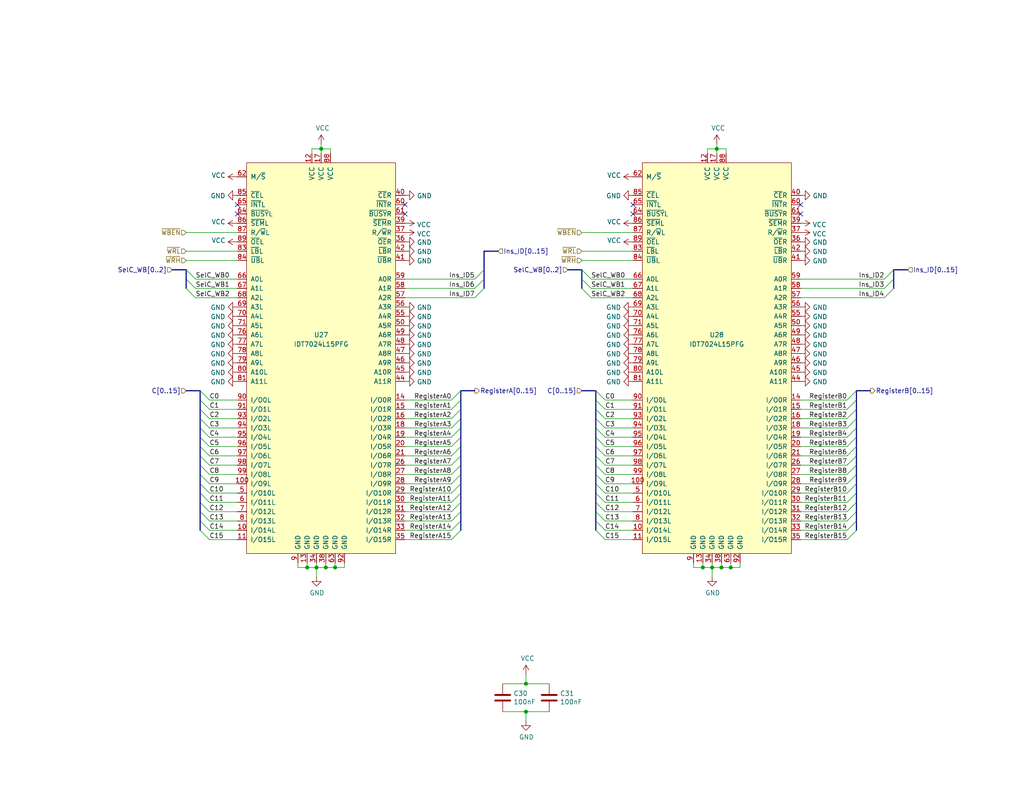
<source format=kicad_sch>
(kicad_sch (version 20211123) (generator eeschema)
  (paper "USLetter")
  (title_block (title "Register File") (date "2022-04-11") (rev "A (17a66eba)") (comment 4 "Triple Port Register File build from dual port SRAM"))
  (lib_symbols
    (symbol "Device:C" (pin_numbers hide) (pin_names (offset 0.254))
      (property "Reference" "C" (at 0.635 2.54 0))
      (property "Value" "C" (at 0.635 -2.54 0))
      (symbol "C_0_1"
        (polyline (pts (xy -2.032 -0.762) (xy 2.032 -0.762)) (stroke (width 0.508)))
        (polyline (pts (xy -2.032 0.762) (xy 2.032 0.762)) (stroke (width 0.508)))
      )
      (symbol "C_1_1"
        (pin passive line (at 0 3.81 270) (length 2.794) (name "~") (number "1"))
        (pin passive line (at 0 -3.81 90) (length 2.794) (name "~") (number "2"))
      )
    )
    (symbol "RegisterFileModule-rescue:IDT7024L15PFG-Memory_RAM" (pin_names (offset 1.016))
      (property "Reference" "U" (at 1.27 1.27 0))
      (property "Value" "IDT7024L15PFG-Memory_RAM" (at 1.27 -1.27 0))
      (symbol "IDT7024L15PFG-Memory_RAM_0_0"
        (pin power_in line (at 1.27 -60.96 90) (length 2.54) (name "GND") (number "38"))
        (pin input line (at 22.86 31.75 180) (length 2.54) (name "~{SEM}R") (number "39"))
        (pin input line (at 22.86 39.37 180) (length 2.54) (name "~{CE}R") (number "40"))
      )
      (symbol "IDT7024L15PFG-Memory_RAM_0_1"
        (rectangle (start -20.32 48.26) (end 20.32 -58.42) (fill (type background)))
      )
      (symbol "IDT7024L15PFG-Memory_RAM_1_1"
        (pin no_connect line (at -2.54 -49.53 180) (length 2.54) hide (name "~") (number "1"))
        (pin tri_state line (at -22.86 -52.07 0) (length 2.54) (name "I/O14L") (number "10"))
        (pin tri_state line (at -22.86 -39.37 0) (length 2.54) (name "I/O9L") (number "100"))
        (pin tri_state line (at -22.86 -54.61 0) (length 2.54) (name "I/O15L") (number "11"))
        (pin power_in line (at -2.54 50.8 270) (length 2.54) (name "VCC") (number "12"))
        (pin power_in line (at -3.81 -60.96 90) (length 2.54) (name "GND") (number "13"))
        (pin tri_state line (at 22.86 -16.51 180) (length 2.54) (name "I/O0R") (number "14"))
        (pin tri_state line (at 22.86 -19.05 180) (length 2.54) (name "I/O1R") (number "15"))
        (pin tri_state line (at 22.86 -21.59 180) (length 2.54) (name "I/O2R") (number "16"))
        (pin power_in line (at 0 50.8 270) (length 2.54) (name "VCC") (number "17"))
        (pin tri_state line (at 22.86 -24.13 180) (length 2.54) (name "I/O3R") (number "18"))
        (pin tri_state line (at 22.86 -26.67 180) (length 2.54) (name "I/O4R") (number "19"))
        (pin no_connect line (at -2.54 -46.99 180) (length 2.54) hide (name "~") (number "2"))
        (pin tri_state line (at 22.86 -29.21 180) (length 2.54) (name "I/O5R") (number "20"))
        (pin tri_state line (at 22.86 -31.75 180) (length 2.54) (name "I/O6R") (number "21"))
        (pin no_connect line (at -2.54 -39.37 180) (length 2.54) hide (name "~") (number "22"))
        (pin no_connect line (at -2.54 -36.83 180) (length 2.54) hide (name "~") (number "23"))
        (pin no_connect line (at -2.54 -34.29 180) (length 2.54) hide (name "~") (number "24"))
        (pin no_connect line (at -2.54 -31.75 180) (length 2.54) hide (name "~") (number "25"))
        (pin tri_state line (at 22.86 -34.29 180) (length 2.54) (name "I/O7R") (number "26"))
        (pin tri_state line (at 22.86 -36.83 180) (length 2.54) (name "I/O8R") (number "27"))
        (pin tri_state line (at 22.86 -39.37 180) (length 2.54) (name "I/O9R") (number "28"))
        (pin tri_state line (at 22.86 -41.91 180) (length 2.54) (name "I/O10R") (number "29"))
        (pin no_connect line (at -2.54 -44.45 180) (length 2.54) hide (name "~") (number "3"))
        (pin tri_state line (at 22.86 -44.45 180) (length 2.54) (name "I/O11R") (number "30"))
        (pin tri_state line (at 22.86 -46.99 180) (length 2.54) (name "I/O12R") (number "31"))
        (pin tri_state line (at 22.86 -49.53 180) (length 2.54) (name "I/O13R") (number "32"))
        (pin tri_state line (at 22.86 -52.07 180) (length 2.54) (name "I/O14R") (number "33"))
        (pin power_in line (at -1.27 -60.96 90) (length 2.54) (name "GND") (number "34"))
        (pin tri_state line (at 22.86 -54.61 180) (length 2.54) (name "I/O15R") (number "35"))
        (pin input line (at 22.86 26.67 180) (length 2.54) (name "~{OE}R") (number "36"))
        (pin input line (at 22.86 29.21 180) (length 2.54) (name "R/~{W}R") (number "37"))
        (pin no_connect line (at -2.54 -41.91 180) (length 2.54) hide (name "~") (number "4"))
        (pin input line (at 22.86 21.59 180) (length 2.54) (name "~{UB}R") (number "41"))
        (pin input line (at 22.86 24.13 180) (length 2.54) (name "~{LB}R") (number "42"))
        (pin no_connect line (at -2.54 -29.21 180) (length 2.54) hide (name "~") (number "43"))
        (pin input line (at 22.86 -11.43 180) (length 2.54) (name "A11R") (number "44"))
        (pin input line (at 22.86 -8.89 180) (length 2.54) (name "A10R") (number "45"))
        (pin input line (at 22.86 -6.35 180) (length 2.54) (name "A9R") (number "46"))
        (pin input line (at 22.86 -3.81 180) (length 2.54) (name "A8R") (number "47"))
        (pin input line (at 22.86 -1.27 180) (length 2.54) (name "A7R") (number "48"))
        (pin input line (at 22.86 1.27 180) (length 2.54) (name "A6R") (number "49"))
        (pin tri_state line (at -22.86 -41.91 0) (length 2.54) (name "I/O10L") (number "5"))
        (pin input line (at 22.86 3.81 180) (length 2.54) (name "A5R") (number "50"))
        (pin no_connect line (at -2.54 -26.67 180) (length 2.54) hide (name "~") (number "51"))
        (pin no_connect line (at -2.54 -24.13 180) (length 2.54) hide (name "~") (number "52"))
        (pin no_connect line (at -2.54 -21.59 180) (length 2.54) hide (name "~") (number "53"))
        (pin no_connect line (at -2.54 -19.05 180) (length 2.54) hide (name "~") (number "54"))
        (pin input line (at 22.86 6.35 180) (length 2.54) (name "A4R") (number "55"))
        (pin input line (at 22.86 8.89 180) (length 2.54) (name "A3R") (number "56"))
        (pin input line (at 22.86 11.43 180) (length 2.54) (name "A2R") (number "57"))
        (pin input line (at 22.86 13.97 180) (length 2.54) (name "A1R") (number "58"))
        (pin input line (at 22.86 16.51 180) (length 2.54) (name "A0R") (number "59"))
        (pin tri_state line (at -22.86 -44.45 0) (length 2.54) (name "I/O11L") (number "6"))
        (pin output line (at 22.86 36.83 180) (length 2.54) (name "~{INT}R") (number "60"))
        (pin input line (at 22.86 34.29 180) (length 2.54) (name "~{BUSY}R") (number "61"))
        (pin input line (at -22.86 44.45 0) (length 2.54) (name "M/~{S}") (number "62"))
        (pin power_in line (at 3.81 -60.96 90) (length 2.54) (name "GND") (number "63"))
        (pin input line (at -22.86 34.29 0) (length 2.54) (name "~{BUSY}L") (number "64"))
        (pin output line (at -22.86 36.83 0) (length 2.54) (name "~{INT}L") (number "65"))
        (pin input line (at -22.86 16.51 0) (length 2.54) (name "A0L") (number "66"))
        (pin input line (at -22.86 13.97 0) (length 2.54) (name "A1L") (number "67"))
        (pin input line (at -22.86 11.43 0) (length 2.54) (name "A2L") (number "68"))
        (pin input line (at -22.86 8.89 0) (length 2.54) (name "A3L") (number "69"))
        (pin tri_state line (at -22.86 -46.99 0) (length 2.54) (name "I/O12L") (number "7"))
        (pin input line (at -22.86 6.35 0) (length 2.54) (name "A4L") (number "70"))
        (pin input line (at -22.86 3.81 0) (length 2.54) (name "A5L") (number "71"))
        (pin no_connect line (at -2.54 -16.51 180) (length 2.54) hide (name "~") (number "72"))
        (pin no_connect line (at -2.54 -13.97 180) (length 2.54) hide (name "~") (number "73"))
        (pin no_connect line (at -2.54 -11.43 180) (length 2.54) hide (name "~") (number "74"))
        (pin no_connect line (at -2.54 -8.89 180) (length 2.54) hide (name "~") (number "75"))
        (pin input line (at -22.86 1.27 0) (length 2.54) (name "A6L") (number "76"))
        (pin input line (at -22.86 -1.27 0) (length 2.54) (name "A7L") (number "77"))
        (pin input line (at -22.86 -3.81 0) (length 2.54) (name "A8L") (number "78"))
        (pin input line (at -22.86 -6.35 0) (length 2.54) (name "A9L") (number "79"))
        (pin tri_state line (at -22.86 -49.53 0) (length 2.54) (name "I/O13L") (number "8"))
        (pin input line (at -22.86 -8.89 0) (length 2.54) (name "A10L") (number "80"))
        (pin input line (at -22.86 -11.43 0) (length 2.54) (name "A11L") (number "81"))
        (pin no_connect line (at -2.54 -6.35 180) (length 2.54) hide (name "~") (number "82"))
        (pin input line (at -22.86 24.13 0) (length 2.54) (name "~{LB}L") (number "83"))
        (pin input line (at -22.86 21.59 0) (length 2.54) (name "~{UB}L") (number "84"))
        (pin input line (at -22.86 39.37 0) (length 2.54) (name "~{CE}L") (number "85"))
        (pin input line (at -22.86 31.75 0) (length 2.54) (name "~{SEM}L") (number "86"))
        (pin input line (at -22.86 29.21 0) (length 2.54) (name "R/~{W}L") (number "87"))
        (pin power_in line (at 2.54 50.8 270) (length 2.54) (name "VCC") (number "88"))
        (pin input line (at -22.86 26.67 0) (length 2.54) (name "~{OE}L") (number "89"))
        (pin power_in line (at -6.35 -60.96 90) (length 2.54) (name "GND") (number "9"))
        (pin tri_state line (at -22.86 -16.51 0) (length 2.54) (name "I/O0L") (number "90"))
        (pin tri_state line (at -22.86 -19.05 0) (length 2.54) (name "I/O1L") (number "91"))
        (pin power_in line (at 6.35 -60.96 90) (length 2.54) (name "GND") (number "92"))
        (pin tri_state line (at -22.86 -21.59 0) (length 2.54) (name "I/O2L") (number "93"))
        (pin tri_state line (at -22.86 -24.13 0) (length 2.54) (name "I/O3L") (number "94"))
        (pin tri_state line (at -22.86 -26.67 0) (length 2.54) (name "I/O4L") (number "95"))
        (pin tri_state line (at -22.86 -29.21 0) (length 2.54) (name "I/O5L") (number "96"))
        (pin tri_state line (at -22.86 -31.75 0) (length 2.54) (name "I/O6L") (number "97"))
        (pin tri_state line (at -22.86 -34.29 0) (length 2.54) (name "I/O7L") (number "98"))
        (pin tri_state line (at -22.86 -36.83 0) (length 2.54) (name "I/O8L") (number "99"))
      )
    )
    (symbol "power:GND" (power) (pin_names (offset 0))
      (property "Value" "GND" (at 0 -3.81 0))
      (symbol "GND_0_1"
        (polyline (pts (xy 0 0) (xy 0 -1.27) (xy 1.27 -1.27) (xy 0 -2.54) (xy -1.27 -1.27) (xy 0 -1.27)))
      )
      (symbol "GND_1_1"
        (pin power_in line (at 0 0 270) (length 0) hide (name "GND") (number "1"))
      )
    )
    (symbol "power:VCC" (power) (pin_names (offset 0))
      (property "Value" "VCC" (at 0 3.81 0))
      (symbol "VCC_0_1"
        (polyline (pts (xy -0.762 1.27) (xy 0 2.54)))
        (polyline (pts (xy 0 0) (xy 0 2.54)))
        (polyline (pts (xy 0 2.54) (xy 0.762 1.27)))
      )
      (symbol "VCC_1_1"
        (pin power_in line (at 0 0 90) (length 0) hide (name "VCC") (number "1"))
      )
    )
  )
  (junction (at 88.9 154.94))
  (junction (at 87.63 40.64))
  (junction (at 86.36 154.94))
  (junction (at 191.77 154.94))
  (junction (at 196.85 154.94))
  (junction (at 91.44 154.94))
  (junction (at 195.58 40.64))
  (junction (at 143.51 186.69))
  (junction (at 143.51 194.31))
  (junction (at 199.39 154.94))
  (junction (at 83.82 154.94))
  (junction (at 194.31 154.94))
  (no_connect (at 110.49 55.88))
  (no_connect (at 64.77 55.88))
  (no_connect (at 64.77 58.42))
  (no_connect (at 218.44 58.42))
  (no_connect (at 172.72 58.42))
  (no_connect (at 110.49 58.42))
  (no_connect (at 218.44 55.88))
  (no_connect (at 172.72 55.88))
  (bus_entry (at 233.68 119.38) (size -2.54 2.54))
  (bus_entry (at 125.73 134.62) (size -2.54 2.54))
  (bus_entry (at 158.75 73.66) (size 2.54 2.54))
  (bus_entry (at 54.61 121.92) (size 2.54 2.54))
  (bus_entry (at 132.08 78.74) (size -2.54 2.54))
  (bus_entry (at 162.56 129.54) (size 2.54 2.54))
  (bus_entry (at 162.56 114.3) (size 2.54 2.54))
  (bus_entry (at 50.8 76.2) (size 2.54 2.54))
  (bus_entry (at 233.68 114.3) (size -2.54 2.54))
  (bus_entry (at 162.56 106.68) (size 2.54 2.54))
  (bus_entry (at 162.56 116.84) (size 2.54 2.54))
  (bus_entry (at 162.56 137.16) (size 2.54 2.54))
  (bus_entry (at 54.61 106.68) (size 2.54 2.54))
  (bus_entry (at 162.56 127) (size 2.54 2.54))
  (bus_entry (at 125.73 132.08) (size -2.54 2.54))
  (bus_entry (at 233.68 129.54) (size -2.54 2.54))
  (bus_entry (at 162.56 111.76) (size 2.54 2.54))
  (bus_entry (at 162.56 132.08) (size 2.54 2.54))
  (bus_entry (at 233.68 124.46) (size -2.54 2.54))
  (bus_entry (at 54.61 119.38) (size 2.54 2.54))
  (bus_entry (at 233.68 116.84) (size -2.54 2.54))
  (bus_entry (at 54.61 144.78) (size 2.54 2.54))
  (bus_entry (at 125.73 137.16) (size -2.54 2.54))
  (bus_entry (at 54.61 142.24) (size 2.54 2.54))
  (bus_entry (at 125.73 142.24) (size -2.54 2.54))
  (bus_entry (at 243.84 78.74) (size -2.54 2.54))
  (bus_entry (at 125.73 109.22) (size -2.54 2.54))
  (bus_entry (at 233.68 139.7) (size -2.54 2.54))
  (bus_entry (at 243.84 76.2) (size -2.54 2.54))
  (bus_entry (at 54.61 116.84) (size 2.54 2.54))
  (bus_entry (at 54.61 139.7) (size 2.54 2.54))
  (bus_entry (at 54.61 124.46) (size 2.54 2.54))
  (bus_entry (at 162.56 109.22) (size 2.54 2.54))
  (bus_entry (at 125.73 127) (size -2.54 2.54))
  (bus_entry (at 54.61 129.54) (size 2.54 2.54))
  (bus_entry (at 125.73 139.7) (size -2.54 2.54))
  (bus_entry (at 132.08 73.66) (size -2.54 2.54))
  (bus_entry (at 162.56 134.62) (size 2.54 2.54))
  (bus_entry (at 50.8 73.66) (size 2.54 2.54))
  (bus_entry (at 233.68 127) (size -2.54 2.54))
  (bus_entry (at 162.56 121.92) (size 2.54 2.54))
  (bus_entry (at 125.73 129.54) (size -2.54 2.54))
  (bus_entry (at 54.61 134.62) (size 2.54 2.54))
  (bus_entry (at 233.68 144.78) (size -2.54 2.54))
  (bus_entry (at 54.61 137.16) (size 2.54 2.54))
  (bus_entry (at 158.75 76.2) (size 2.54 2.54))
  (bus_entry (at 132.08 76.2) (size -2.54 2.54))
  (bus_entry (at 125.73 124.46) (size -2.54 2.54))
  (bus_entry (at 50.8 78.74) (size 2.54 2.54))
  (bus_entry (at 233.68 134.62) (size -2.54 2.54))
  (bus_entry (at 54.61 114.3) (size 2.54 2.54))
  (bus_entry (at 162.56 142.24) (size 2.54 2.54))
  (bus_entry (at 54.61 127) (size 2.54 2.54))
  (bus_entry (at 162.56 119.38) (size 2.54 2.54))
  (bus_entry (at 125.73 116.84) (size -2.54 2.54))
  (bus_entry (at 233.68 121.92) (size -2.54 2.54))
  (bus_entry (at 162.56 124.46) (size 2.54 2.54))
  (bus_entry (at 54.61 132.08) (size 2.54 2.54))
  (bus_entry (at 233.68 111.76) (size -2.54 2.54))
  (bus_entry (at 162.56 144.78) (size 2.54 2.54))
  (bus_entry (at 233.68 109.22) (size -2.54 2.54))
  (bus_entry (at 125.73 119.38) (size -2.54 2.54))
  (bus_entry (at 243.84 73.66) (size -2.54 2.54))
  (bus_entry (at 162.56 139.7) (size 2.54 2.54))
  (bus_entry (at 233.68 106.68) (size -2.54 2.54))
  (bus_entry (at 233.68 142.24) (size -2.54 2.54))
  (bus_entry (at 233.68 132.08) (size -2.54 2.54))
  (bus_entry (at 125.73 114.3) (size -2.54 2.54))
  (bus_entry (at 54.61 111.76) (size 2.54 2.54))
  (bus_entry (at 233.68 137.16) (size -2.54 2.54))
  (bus_entry (at 54.61 109.22) (size 2.54 2.54))
  (bus_entry (at 125.73 144.78) (size -2.54 2.54))
  (bus_entry (at 125.73 121.92) (size -2.54 2.54))
  (bus_entry (at 125.73 106.68) (size -2.54 2.54))
  (bus_entry (at 125.73 111.76) (size -2.54 2.54))
  (bus_entry (at 158.75 78.74) (size 2.54 2.54))
  (bus (pts (xy 54.61 114.3) (xy 54.61 116.84)))
  (wire (pts (xy 218.44 119.38) (xy 231.14 119.38)))
  (bus (pts (xy 125.73 114.3) (xy 125.73 116.84)))
  (wire (pts (xy 110.49 127) (xy 123.19 127)))
  (wire (pts (xy 143.51 194.31) (xy 137.16 194.31)))
  (bus (pts (xy 247.65 73.66) (xy 243.84 73.66)))
  (bus (pts (xy 233.68 127) (xy 233.68 129.54)))
  (wire (pts (xy 57.15 137.16) (xy 64.77 137.16)))
  (bus (pts (xy 162.56 142.24) (xy 162.56 144.78)))
  (wire (pts (xy 218.44 124.46) (xy 231.14 124.46)))
  (bus (pts (xy 162.56 132.08) (xy 162.56 134.62)))
  (wire (pts (xy 81.28 153.67) (xy 81.28 154.94)))
  (wire (pts (xy 196.85 154.94) (xy 199.39 154.94)))
  (wire (pts (xy 110.49 134.62) (xy 123.19 134.62)))
  (wire (pts (xy 161.29 76.2) (xy 172.72 76.2)))
  (wire (pts (xy 218.44 142.24) (xy 231.14 142.24)))
  (bus (pts (xy 233.68 137.16) (xy 233.68 139.7)))
  (wire (pts (xy 195.58 40.64) (xy 195.58 41.91)))
  (wire (pts (xy 165.1 114.3) (xy 172.72 114.3)))
  (bus (pts (xy 54.61 124.46) (xy 54.61 127)))
  (bus (pts (xy 162.56 129.54) (xy 162.56 132.08)))
  (wire (pts (xy 87.63 39.37) (xy 87.63 40.64)))
  (bus (pts (xy 54.61 127) (xy 54.61 129.54)))
  (wire (pts (xy 57.15 109.22) (xy 64.77 109.22)))
  (bus (pts (xy 162.56 127) (xy 162.56 129.54)))
  (bus (pts (xy 233.68 111.76) (xy 233.68 114.3)))
  (bus (pts (xy 125.73 137.16) (xy 125.73 139.7)))
  (wire (pts (xy 57.15 147.32) (xy 64.77 147.32)))
  (bus (pts (xy 132.08 76.2) (xy 132.08 78.74)))
  (wire (pts (xy 57.15 134.62) (xy 64.77 134.62)))
  (wire (pts (xy 110.49 124.46) (xy 123.19 124.46)))
  (wire (pts (xy 196.85 153.67) (xy 196.85 154.94)))
  (wire (pts (xy 57.15 124.46) (xy 64.77 124.46)))
  (bus (pts (xy 158.75 106.68) (xy 162.56 106.68)))
  (wire (pts (xy 161.29 78.74) (xy 172.72 78.74)))
  (wire (pts (xy 218.44 134.62) (xy 231.14 134.62)))
  (bus (pts (xy 158.75 76.2) (xy 158.75 78.74)))
  (bus (pts (xy 162.56 111.76) (xy 162.56 114.3)))
  (wire (pts (xy 85.09 41.91) (xy 85.09 40.64)))
  (wire (pts (xy 57.15 119.38) (xy 64.77 119.38)))
  (wire (pts (xy 218.44 144.78) (xy 231.14 144.78)))
  (bus (pts (xy 162.56 114.3) (xy 162.56 116.84)))
  (wire (pts (xy 110.49 116.84) (xy 123.19 116.84)))
  (wire (pts (xy 218.44 127) (xy 231.14 127)))
  (wire (pts (xy 194.31 154.94) (xy 196.85 154.94)))
  (bus (pts (xy 46.99 73.66) (xy 50.8 73.66)))
  (wire (pts (xy 191.77 154.94) (xy 194.31 154.94)))
  (wire (pts (xy 137.16 186.69) (xy 143.51 186.69)))
  (wire (pts (xy 218.44 116.84) (xy 231.14 116.84)))
  (wire (pts (xy 165.1 139.7) (xy 172.72 139.7)))
  (wire (pts (xy 165.1 119.38) (xy 172.72 119.38)))
  (wire (pts (xy 110.49 121.92) (xy 123.19 121.92)))
  (bus (pts (xy 233.68 139.7) (xy 233.68 142.24)))
  (bus (pts (xy 162.56 139.7) (xy 162.56 142.24)))
  (wire (pts (xy 88.9 154.94) (xy 91.44 154.94)))
  (wire (pts (xy 110.49 111.76) (xy 123.19 111.76)))
  (wire (pts (xy 64.77 71.12) (xy 50.8 71.12)))
  (wire (pts (xy 129.54 76.2) (xy 110.49 76.2)))
  (wire (pts (xy 110.49 119.38) (xy 123.19 119.38)))
  (wire (pts (xy 165.1 144.78) (xy 172.72 144.78)))
  (wire (pts (xy 201.93 154.94) (xy 201.93 153.67)))
  (wire (pts (xy 194.31 154.94) (xy 194.31 157.48)))
  (wire (pts (xy 64.77 68.58) (xy 50.8 68.58)))
  (wire (pts (xy 165.1 127) (xy 172.72 127)))
  (bus (pts (xy 162.56 124.46) (xy 162.56 127)))
  (wire (pts (xy 218.44 139.7) (xy 231.14 139.7)))
  (bus (pts (xy 50.8 76.2) (xy 50.8 78.74)))
  (wire (pts (xy 218.44 111.76) (xy 231.14 111.76)))
  (bus (pts (xy 50.8 73.66) (xy 50.8 76.2)))
  (wire (pts (xy 165.1 121.92) (xy 172.72 121.92)))
  (wire (pts (xy 83.82 153.67) (xy 83.82 154.94)))
  (bus (pts (xy 125.73 109.22) (xy 125.73 111.76)))
  (wire (pts (xy 172.72 63.5) (xy 158.75 63.5)))
  (bus (pts (xy 54.61 119.38) (xy 54.61 121.92)))
  (bus (pts (xy 233.68 142.24) (xy 233.68 144.78)))
  (wire (pts (xy 110.49 78.74) (xy 129.54 78.74)))
  (wire (pts (xy 195.58 39.37) (xy 195.58 40.64)))
  (wire (pts (xy 199.39 154.94) (xy 201.93 154.94)))
  (wire (pts (xy 110.49 147.32) (xy 123.19 147.32)))
  (wire (pts (xy 189.23 154.94) (xy 191.77 154.94)))
  (wire (pts (xy 87.63 40.64) (xy 87.63 41.91)))
  (bus (pts (xy 233.68 129.54) (xy 233.68 132.08)))
  (wire (pts (xy 110.49 132.08) (xy 123.19 132.08)))
  (bus (pts (xy 50.8 106.68) (xy 54.61 106.68)))
  (wire (pts (xy 172.72 71.12) (xy 158.75 71.12)))
  (wire (pts (xy 194.31 153.67) (xy 194.31 154.94)))
  (wire (pts (xy 218.44 114.3) (xy 231.14 114.3)))
  (wire (pts (xy 88.9 153.67) (xy 88.9 154.94)))
  (wire (pts (xy 86.36 154.94) (xy 88.9 154.94)))
  (wire (pts (xy 90.17 40.64) (xy 90.17 41.91)))
  (bus (pts (xy 129.54 106.68) (xy 125.73 106.68)))
  (bus (pts (xy 154.94 73.66) (xy 158.75 73.66)))
  (wire (pts (xy 195.58 40.64) (xy 198.12 40.64)))
  (wire (pts (xy 218.44 78.74) (xy 241.3 78.74)))
  (bus (pts (xy 54.61 139.7) (xy 54.61 142.24)))
  (wire (pts (xy 193.04 41.91) (xy 193.04 40.64)))
  (wire (pts (xy 57.15 132.08) (xy 64.77 132.08)))
  (bus (pts (xy 125.73 139.7) (xy 125.73 142.24)))
  (wire (pts (xy 53.34 76.2) (xy 64.77 76.2)))
  (bus (pts (xy 243.84 76.2) (xy 243.84 78.74)))
  (wire (pts (xy 165.1 142.24) (xy 172.72 142.24)))
  (bus (pts (xy 162.56 109.22) (xy 162.56 111.76)))
  (wire (pts (xy 165.1 124.46) (xy 172.72 124.46)))
  (wire (pts (xy 57.15 127) (xy 64.77 127)))
  (wire (pts (xy 110.49 129.54) (xy 123.19 129.54)))
  (bus (pts (xy 162.56 106.68) (xy 162.56 109.22)))
  (bus (pts (xy 233.68 124.46) (xy 233.68 127)))
  (wire (pts (xy 189.23 153.67) (xy 189.23 154.94)))
  (bus (pts (xy 125.73 132.08) (xy 125.73 134.62)))
  (bus (pts (xy 54.61 109.22) (xy 54.61 111.76)))
  (wire (pts (xy 218.44 121.92) (xy 231.14 121.92)))
  (wire (pts (xy 165.1 147.32) (xy 172.72 147.32)))
  (wire (pts (xy 57.15 144.78) (xy 64.77 144.78)))
  (wire (pts (xy 143.51 184.15) (xy 143.51 186.69)))
  (bus (pts (xy 125.73 129.54) (xy 125.73 132.08)))
  (wire (pts (xy 149.86 194.31) (xy 143.51 194.31)))
  (wire (pts (xy 191.77 153.67) (xy 191.77 154.94)))
  (bus (pts (xy 162.56 116.84) (xy 162.56 119.38)))
  (bus (pts (xy 54.61 137.16) (xy 54.61 139.7)))
  (wire (pts (xy 83.82 154.94) (xy 86.36 154.94)))
  (bus (pts (xy 162.56 137.16) (xy 162.56 139.7)))
  (bus (pts (xy 54.61 121.92) (xy 54.61 124.46)))
  (bus (pts (xy 233.68 119.38) (xy 233.68 121.92)))
  (wire (pts (xy 218.44 129.54) (xy 231.14 129.54)))
  (bus (pts (xy 158.75 73.66) (xy 158.75 76.2)))
  (wire (pts (xy 93.98 154.94) (xy 93.98 153.67)))
  (wire (pts (xy 64.77 63.5) (xy 50.8 63.5)))
  (wire (pts (xy 110.49 137.16) (xy 123.19 137.16)))
  (wire (pts (xy 198.12 40.64) (xy 198.12 41.91)))
  (wire (pts (xy 110.49 142.24) (xy 123.19 142.24)))
  (bus (pts (xy 162.56 121.92) (xy 162.56 124.46)))
  (bus (pts (xy 233.68 121.92) (xy 233.68 124.46)))
  (wire (pts (xy 241.3 76.2) (xy 218.44 76.2)))
  (bus (pts (xy 243.84 73.66) (xy 243.84 76.2)))
  (wire (pts (xy 165.1 129.54) (xy 172.72 129.54)))
  (wire (pts (xy 199.39 153.67) (xy 199.39 154.94)))
  (wire (pts (xy 241.3 81.28) (xy 218.44 81.28)))
  (wire (pts (xy 129.54 81.28) (xy 110.49 81.28)))
  (wire (pts (xy 143.51 186.69) (xy 149.86 186.69)))
  (wire (pts (xy 86.36 153.67) (xy 86.36 154.94)))
  (wire (pts (xy 143.51 196.85) (xy 143.51 194.31)))
  (bus (pts (xy 54.61 142.24) (xy 54.61 144.78)))
  (wire (pts (xy 165.1 116.84) (xy 172.72 116.84)))
  (bus (pts (xy 125.73 111.76) (xy 125.73 114.3)))
  (wire (pts (xy 161.29 81.28) (xy 172.72 81.28)))
  (bus (pts (xy 54.61 111.76) (xy 54.61 114.3)))
  (wire (pts (xy 53.34 81.28) (xy 64.77 81.28)))
  (wire (pts (xy 57.15 116.84) (xy 64.77 116.84)))
  (wire (pts (xy 57.15 129.54) (xy 64.77 129.54)))
  (wire (pts (xy 91.44 154.94) (xy 93.98 154.94)))
  (wire (pts (xy 110.49 139.7) (xy 123.19 139.7)))
  (bus (pts (xy 125.73 121.92) (xy 125.73 124.46)))
  (bus (pts (xy 125.73 106.68) (xy 125.73 109.22)))
  (bus (pts (xy 125.73 127) (xy 125.73 129.54)))
  (wire (pts (xy 165.1 132.08) (xy 172.72 132.08)))
  (wire (pts (xy 165.1 134.62) (xy 172.72 134.62)))
  (bus (pts (xy 54.61 129.54) (xy 54.61 132.08)))
  (wire (pts (xy 218.44 147.32) (xy 231.14 147.32)))
  (wire (pts (xy 165.1 111.76) (xy 172.72 111.76)))
  (bus (pts (xy 132.08 73.66) (xy 132.08 76.2)))
  (wire (pts (xy 193.04 40.64) (xy 195.58 40.64)))
  (bus (pts (xy 233.68 114.3) (xy 233.68 116.84)))
  (bus (pts (xy 125.73 119.38) (xy 125.73 121.92)))
  (wire (pts (xy 57.15 114.3) (xy 64.77 114.3)))
  (bus (pts (xy 125.73 142.24) (xy 125.73 144.78)))
  (bus (pts (xy 233.68 132.08) (xy 233.68 134.62)))
  (bus (pts (xy 135.89 68.58) (xy 132.08 68.58)))
  (wire (pts (xy 110.49 114.3) (xy 123.19 114.3)))
  (wire (pts (xy 57.15 139.7) (xy 64.77 139.7)))
  (bus (pts (xy 162.56 134.62) (xy 162.56 137.16)))
  (wire (pts (xy 57.15 142.24) (xy 64.77 142.24)))
  (bus (pts (xy 125.73 116.84) (xy 125.73 119.38)))
  (bus (pts (xy 125.73 134.62) (xy 125.73 137.16)))
  (wire (pts (xy 86.36 154.94) (xy 86.36 157.48)))
  (wire (pts (xy 57.15 111.76) (xy 64.77 111.76)))
  (wire (pts (xy 165.1 137.16) (xy 172.72 137.16)))
  (wire (pts (xy 57.15 121.92) (xy 64.77 121.92)))
  (bus (pts (xy 237.49 106.68) (xy 233.68 106.68)))
  (bus (pts (xy 125.73 124.46) (xy 125.73 127)))
  (wire (pts (xy 53.34 78.74) (xy 64.77 78.74)))
  (wire (pts (xy 110.49 109.22) (xy 123.19 109.22)))
  (wire (pts (xy 87.63 40.64) (xy 90.17 40.64)))
  (bus (pts (xy 54.61 132.08) (xy 54.61 134.62)))
  (bus (pts (xy 132.08 68.58) (xy 132.08 73.66)))
  (bus (pts (xy 233.68 106.68) (xy 233.68 109.22)))
  (wire (pts (xy 165.1 109.22) (xy 172.72 109.22)))
  (bus (pts (xy 233.68 134.62) (xy 233.68 137.16)))
  (wire (pts (xy 91.44 153.67) (xy 91.44 154.94)))
  (wire (pts (xy 110.49 144.78) (xy 123.19 144.78)))
  (bus (pts (xy 54.61 134.62) (xy 54.61 137.16)))
  (wire (pts (xy 218.44 132.08) (xy 231.14 132.08)))
  (bus (pts (xy 233.68 109.22) (xy 233.68 111.76)))
  (wire (pts (xy 85.09 40.64) (xy 87.63 40.64)))
  (bus (pts (xy 162.56 119.38) (xy 162.56 121.92)))
  (wire (pts (xy 172.72 68.58) (xy 158.75 68.58)))
  (wire (pts (xy 218.44 109.22) (xy 231.14 109.22)))
  (bus (pts (xy 233.68 116.84) (xy 233.68 119.38)))
  (wire (pts (xy 218.44 137.16) (xy 231.14 137.16)))
  (bus (pts (xy 54.61 116.84) (xy 54.61 119.38)))
  (wire (pts (xy 81.28 154.94) (xy 83.82 154.94)))
  (bus (pts (xy 54.61 106.68) (xy 54.61 109.22)))
  (label "C13" (at 165.1 142.24 0))
  (label "Ins_ID4" (at 241.3 81.28 180))
  (label "SelC_WB0" (at 161.29 76.2 0))
  (label "RegisterB7" (at 231.14 127 180))
  (label "RegisterB14" (at 231.14 144.78 180))
  (label "C11" (at 57.15 137.16 0))
  (label "C15" (at 165.1 147.32 0))
  (label "SelC_WB2" (at 161.29 81.28 0))
  (label "Ins_ID7" (at 129.54 81.28 180))
  (label "C5" (at 57.15 121.92 0))
  (label "RegisterA13" (at 123.19 142.24 180))
  (label "C0" (at 165.1 109.22 0))
  (label "RegisterB10" (at 231.14 134.62 180))
  (label "C12" (at 57.15 139.7 0))
  (label "SelC_WB2" (at 53.34 81.28 0))
  (label "RegisterA5" (at 123.19 121.92 180))
  (label "C9" (at 57.15 132.08 0))
  (label "C4" (at 165.1 119.38 0))
  (label "RegisterB9" (at 231.14 132.08 180))
  (label "SelC_WB0" (at 53.34 76.2 0))
  (label "C0" (at 57.15 109.22 0))
  (label "C3" (at 57.15 116.84 0))
  (label "Ins_ID3" (at 241.3 78.74 180))
  (label "C6" (at 57.15 124.46 0))
  (label "C11" (at 165.1 137.16 0))
  (label "RegisterB12" (at 231.14 139.7 180))
  (label "RegisterA4" (at 123.19 119.38 180))
  (label "RegisterA0" (at 123.19 109.22 180))
  (label "RegisterA10" (at 123.19 134.62 180))
  (label "RegisterB1" (at 231.14 111.76 180))
  (label "C5" (at 165.1 121.92 0))
  (label "RegisterB6" (at 231.14 124.46 180))
  (label "Ins_ID6" (at 129.54 78.74 180))
  (label "RegisterA2" (at 123.19 114.3 180))
  (label "RegisterB3" (at 231.14 116.84 180))
  (label "C15" (at 57.15 147.32 0))
  (label "C6" (at 165.1 124.46 0))
  (label "C10" (at 57.15 134.62 0))
  (label "RegisterA3" (at 123.19 116.84 180))
  (label "RegisterA1" (at 123.19 111.76 180))
  (label "SelC_WB1" (at 161.29 78.74 0))
  (label "RegisterB0" (at 231.14 109.22 180))
  (label "C12" (at 165.1 139.7 0))
  (label "RegisterA7" (at 123.19 127 180))
  (label "RegisterB5" (at 231.14 121.92 180))
  (label "C3" (at 165.1 116.84 0))
  (label "RegisterB4" (at 231.14 119.38 180))
  (label "RegisterA8" (at 123.19 129.54 180))
  (label "RegisterB2" (at 231.14 114.3 180))
  (label "C14" (at 165.1 144.78 0))
  (label "C1" (at 57.15 111.76 0))
  (label "RegisterB11" (at 231.14 137.16 180))
  (label "SelC_WB1" (at 53.34 78.74 0))
  (label "RegisterA11" (at 123.19 137.16 180))
  (label "C14" (at 57.15 144.78 0))
  (label "Ins_ID2" (at 241.3 76.2 180))
  (label "C9" (at 165.1 132.08 0))
  (label "C2" (at 165.1 114.3 0))
  (label "C8" (at 165.1 129.54 0))
  (label "C10" (at 165.1 134.62 0))
  (label "RegisterB15" (at 231.14 147.32 180))
  (label "C7" (at 57.15 127 0))
  (label "C8" (at 57.15 129.54 0))
  (label "Ins_ID5" (at 129.54 76.2 180))
  (label "C7" (at 165.1 127 0))
  (label "RegisterA9" (at 123.19 132.08 180))
  (label "RegisterA15" (at 123.19 147.32 180))
  (label "C13" (at 57.15 142.24 0))
  (label "RegisterB13" (at 231.14 142.24 180))
  (label "C2" (at 57.15 114.3 0))
  (label "RegisterA6" (at 123.19 124.46 180))
  (label "C1" (at 165.1 111.76 0))
  (label "C4" (at 57.15 119.38 0))
  (label "RegisterB8" (at 231.14 129.54 180))
  (label "RegisterA12" (at 123.19 139.7 180))
  (label "RegisterA14" (at 123.19 144.78 180))
  (hierarchical_label "~{WBEN}" (shape input) (at 50.8 63.5 180))
  (hierarchical_label "C[0..15]" (shape input) (at 50.8 106.68 180))
  (hierarchical_label "SelC_WB[0..2]" (shape input) (at 154.94 73.66 180))
  (hierarchical_label "~{WRL}" (shape input) (at 50.8 68.58 180))
  (hierarchical_label "C[0..15]" (shape input) (at 158.75 106.68 180))
  (hierarchical_label "RegisterB[0..15]" (shape output) (at 237.49 106.68 0))
  (hierarchical_label "Ins_ID[0..15]" (shape input) (at 247.65 73.66 0))
  (hierarchical_label "SelC_WB[0..2]" (shape input) (at 46.99 73.66 180))
  (hierarchical_label "Ins_ID[0..15]" (shape input) (at 135.89 68.58 0))
  (hierarchical_label "~{WRH}" (shape input) (at 158.75 71.12 180))
  (hierarchical_label "RegisterA[0..15]" (shape output) (at 129.54 106.68 0))
  (hierarchical_label "~{WRL}" (shape input) (at 158.75 68.58 180))
  (hierarchical_label "~{WBEN}" (shape input) (at 158.75 63.5 180))
  (hierarchical_label "~{WRH}" (shape input) (at 50.8 71.12 180))
  (symbol (lib_id "power:GND") (at 143.51 196.85 0) (unit 1)
    (property "Reference" "#PWR0181" (effects hide))
    (property "Value" "GND" (at 143.637 201.2442 0))
  )
  (symbol (lib_id "Device:C") (at 149.86 190.5 0) (unit 1)
    (property "Reference" "C31" (at 152.781 189.3316 0) (effects (justify left)))
    (property "Value" "100nF" (at 152.781 191.643 0) (effects (justify left)))
    (property "Footprint" "Capacitor_SMD:C_0603_1608Metric_Pad1.08x0.95mm_HandSolder" (effects hide))
    (property "Mouser" "https://www.mouser.com/ProductDetail/963-EMK107B7104KAHT" (effects hide))
  )
  (symbol (lib_id "Device:C") (at 137.16 190.5 0) (unit 1)
    (property "Reference" "C30" (at 140.081 189.3316 0) (effects (justify left)))
    (property "Value" "100nF" (at 140.081 191.643 0) (effects (justify left)))
    (property "Footprint" "Capacitor_SMD:C_0603_1608Metric_Pad1.08x0.95mm_HandSolder" (effects hide))
    (property "Mouser" "https://www.mouser.com/ProductDetail/963-EMK107B7104KAHT" (effects hide))
  )
  (symbol (lib_id "power:VCC") (at 143.51 184.15 0) (unit 1)
    (property "Reference" "#PWR0180" (effects hide))
    (property "Value" "VCC" (at 143.9418 179.7558 0))
  )
  (symbol (lib_id "RegisterFileModule-rescue:IDT7024L15PFG-Memory_RAM") (at 87.63 92.71 0) (unit 1)
    (property "Reference" "U27" (at 87.63 91.44 0))
    (property "Value" "IDT7024L15PFG" (at 87.63 93.98 0))
    (property "Footprint" "Package_QFP:TQFP-100_14x14mm_P0.5mm" (effects hide))
    (property "Datasheet" "https://www.mouser.com/datasheet/2/698/IDT_7024_DST_20200220-1711288.pdf" (effects hide))
    (property "Mouser" "https://www.mouser.com/ProductDetail/Renesas-IDT/7024L15PFG?qs=GVScuG1d83hVIavOlaKO6w%3D%3D" (effects hide))
  )
  (symbol (lib_id "power:VCC") (at 87.63 39.37 0) (unit 1)
    (property "Reference" "#PWR0164" (effects hide))
    (property "Value" "VCC" (at 88.011 34.9758 0))
  )
  (symbol (lib_id "power:GND") (at 86.36 157.48 0) (unit 1)
    (property "Reference" "#PWR0163" (effects hide))
    (property "Value" "GND" (at 86.487 161.8742 0))
  )
  (symbol (lib_id "power:GND") (at 64.77 53.34 270) (unit 1)
    (property "Reference" "#PWR0151" (effects hide))
    (property "Value" "GND" (at 61.5188 53.467 90) (effects (justify right)))
  )
  (symbol (lib_id "power:GND") (at 110.49 53.34 90) (mirror x) (unit 1)
    (property "Reference" "#PWR0165" (effects hide))
    (property "Value" "GND" (at 113.7412 53.467 90) (effects (justify right)))
  )
  (symbol (lib_id "power:GND") (at 110.49 66.04 90) (mirror x) (unit 1)
    (property "Reference" "#PWR0168" (effects hide))
    (property "Value" "GND" (at 113.7412 66.167 90) (effects (justify right)))
  )
  (symbol (lib_id "power:GND") (at 110.49 83.82 90) (mirror x) (unit 1)
    (property "Reference" "#PWR0171" (effects hide))
    (property "Value" "GND" (at 113.7412 83.947 90) (effects (justify right)))
  )
  (symbol (lib_id "power:GND") (at 110.49 86.36 90) (mirror x) (unit 1)
    (property "Reference" "#PWR0172" (effects hide))
    (property "Value" "GND" (at 113.7412 86.487 90) (effects (justify right)))
  )
  (symbol (lib_id "power:GND") (at 110.49 88.9 90) (mirror x) (unit 1)
    (property "Reference" "#PWR0173" (effects hide))
    (property "Value" "GND" (at 113.7412 89.027 90) (effects (justify right)))
  )
  (symbol (lib_id "power:GND") (at 110.49 91.44 90) (mirror x) (unit 1)
    (property "Reference" "#PWR0174" (effects hide))
    (property "Value" "GND" (at 113.7412 91.567 90) (effects (justify right)))
  )
  (symbol (lib_id "power:GND") (at 110.49 93.98 90) (mirror x) (unit 1)
    (property "Reference" "#PWR0175" (effects hide))
    (property "Value" "GND" (at 113.7412 94.107 90) (effects (justify right)))
  )
  (symbol (lib_id "power:GND") (at 110.49 96.52 90) (mirror x) (unit 1)
    (property "Reference" "#PWR0176" (effects hide))
    (property "Value" "GND" (at 113.7412 96.647 90) (effects (justify right)))
  )
  (symbol (lib_id "power:GND") (at 110.49 99.06 90) (mirror x) (unit 1)
    (property "Reference" "#PWR0177" (effects hide))
    (property "Value" "GND" (at 113.7412 99.187 90) (effects (justify right)))
  )
  (symbol (lib_id "power:GND") (at 110.49 101.6 90) (mirror x) (unit 1)
    (property "Reference" "#PWR0178" (effects hide))
    (property "Value" "GND" (at 113.7412 101.727 90) (effects (justify right)))
  )
  (symbol (lib_id "power:GND") (at 110.49 104.14 90) (mirror x) (unit 1)
    (property "Reference" "#PWR0179" (effects hide))
    (property "Value" "GND" (at 113.7412 104.267 90) (effects (justify right)))
  )
  (symbol (lib_id "power:GND") (at 64.77 104.14 270) (unit 1)
    (property "Reference" "#PWR0162" (effects hide))
    (property "Value" "GND" (at 61.5188 104.267 90) (effects (justify right)))
  )
  (symbol (lib_id "power:GND") (at 64.77 101.6 270) (unit 1)
    (property "Reference" "#PWR0161" (effects hide))
    (property "Value" "GND" (at 61.5188 101.727 90) (effects (justify right)))
  )
  (symbol (lib_id "power:GND") (at 64.77 99.06 270) (unit 1)
    (property "Reference" "#PWR0160" (effects hide))
    (property "Value" "GND" (at 61.5188 99.187 90) (effects (justify right)))
  )
  (symbol (lib_id "power:GND") (at 64.77 96.52 270) (unit 1)
    (property "Reference" "#PWR0159" (effects hide))
    (property "Value" "GND" (at 61.5188 96.647 90) (effects (justify right)))
  )
  (symbol (lib_id "power:GND") (at 64.77 93.98 270) (unit 1)
    (property "Reference" "#PWR0158" (effects hide))
    (property "Value" "GND" (at 61.5188 94.107 90) (effects (justify right)))
  )
  (symbol (lib_id "power:GND") (at 64.77 91.44 270) (unit 1)
    (property "Reference" "#PWR0157" (effects hide))
    (property "Value" "GND" (at 61.5188 91.567 90) (effects (justify right)))
  )
  (symbol (lib_id "power:GND") (at 64.77 88.9 270) (unit 1)
    (property "Reference" "#PWR0156" (effects hide))
    (property "Value" "GND" (at 61.5188 89.027 90) (effects (justify right)))
  )
  (symbol (lib_id "power:GND") (at 64.77 86.36 270) (unit 1)
    (property "Reference" "#PWR0155" (effects hide))
    (property "Value" "GND" (at 61.5188 86.487 90) (effects (justify right)))
  )
  (symbol (lib_id "power:GND") (at 64.77 83.82 270) (unit 1)
    (property "Reference" "#PWR0154" (effects hide))
    (property "Value" "GND" (at 61.5188 83.947 90) (effects (justify right)))
  )
  (symbol (lib_id "power:VCC") (at 110.49 63.5 270) (unit 1)
    (property "Reference" "#PWR0167" (effects hide))
    (property "Value" "VCC" (at 113.7412 63.881 90) (effects (justify left)))
  )
  (symbol (lib_id "power:GND") (at 110.49 68.58 90) (mirror x) (unit 1)
    (property "Reference" "#PWR0169" (effects hide))
    (property "Value" "GND" (at 113.7412 68.707 90) (effects (justify right)))
  )
  (symbol (lib_id "power:GND") (at 110.49 71.12 90) (mirror x) (unit 1)
    (property "Reference" "#PWR0170" (effects hide))
    (property "Value" "GND" (at 113.7412 71.247 90) (effects (justify right)))
  )
  (symbol (lib_id "RegisterFileModule-rescue:IDT7024L15PFG-Memory_RAM") (at 195.58 92.71 0) (unit 1)
    (property "Reference" "U28" (at 195.58 91.44 0))
    (property "Value" "IDT7024L15PFG" (at 195.58 93.98 0))
    (property "Footprint" "Package_QFP:TQFP-100_14x14mm_P0.5mm" (effects hide))
    (property "Datasheet" "https://www.mouser.com/datasheet/2/698/IDT_7024_DST_20200220-1711288.pdf" (effects hide))
    (property "Mouser" "https://www.mouser.com/ProductDetail/Renesas-IDT/7024L15PFG?qs=GVScuG1d83hVIavOlaKO6w%3D%3D" (effects hide))
  )
  (symbol (lib_id "power:VCC") (at 195.58 39.37 0) (unit 1)
    (property "Reference" "#PWR0196" (effects hide))
    (property "Value" "VCC" (at 195.961 34.9758 0))
  )
  (symbol (lib_id "power:GND") (at 194.31 157.48 0) (unit 1)
    (property "Reference" "#PWR0195" (effects hide))
    (property "Value" "GND" (at 194.437 161.8742 0))
  )
  (symbol (lib_id "power:GND") (at 172.72 53.34 270) (unit 1)
    (property "Reference" "#PWR0183" (effects hide))
    (property "Value" "GND" (at 169.4688 53.467 90) (effects (justify right)))
  )
  (symbol (lib_id "power:GND") (at 218.44 53.34 90) (mirror x) (unit 1)
    (property "Reference" "#PWR0197" (effects hide))
    (property "Value" "GND" (at 221.6912 53.467 90) (effects (justify right)))
  )
  (symbol (lib_id "power:GND") (at 218.44 66.04 90) (mirror x) (unit 1)
    (property "Reference" "#PWR0200" (effects hide))
    (property "Value" "GND" (at 221.6912 66.167 90) (effects (justify right)))
  )
  (symbol (lib_id "power:GND") (at 218.44 83.82 90) (mirror x) (unit 1)
    (property "Reference" "#PWR0203" (effects hide))
    (property "Value" "GND" (at 221.6912 83.947 90) (effects (justify right)))
  )
  (symbol (lib_id "power:GND") (at 218.44 86.36 90) (mirror x) (unit 1)
    (property "Reference" "#PWR0204" (effects hide))
    (property "Value" "GND" (at 221.6912 86.487 90) (effects (justify right)))
  )
  (symbol (lib_id "power:GND") (at 218.44 88.9 90) (mirror x) (unit 1)
    (property "Reference" "#PWR0205" (effects hide))
    (property "Value" "GND" (at 221.6912 89.027 90) (effects (justify right)))
  )
  (symbol (lib_id "power:GND") (at 218.44 91.44 90) (mirror x) (unit 1)
    (property "Reference" "#PWR0206" (effects hide))
    (property "Value" "GND" (at 221.6912 91.567 90) (effects (justify right)))
  )
  (symbol (lib_id "power:GND") (at 218.44 93.98 90) (mirror x) (unit 1)
    (property "Reference" "#PWR0207" (effects hide))
    (property "Value" "GND" (at 221.6912 94.107 90) (effects (justify right)))
  )
  (symbol (lib_id "power:GND") (at 218.44 96.52 90) (mirror x) (unit 1)
    (property "Reference" "#PWR0208" (effects hide))
    (property "Value" "GND" (at 221.6912 96.647 90) (effects (justify right)))
  )
  (symbol (lib_id "power:GND") (at 218.44 99.06 90) (mirror x) (unit 1)
    (property "Reference" "#PWR0209" (effects hide))
    (property "Value" "GND" (at 221.6912 99.187 90) (effects (justify right)))
  )
  (symbol (lib_id "power:GND") (at 218.44 101.6 90) (mirror x) (unit 1)
    (property "Reference" "#PWR0210" (effects hide))
    (property "Value" "GND" (at 221.6912 101.727 90) (effects (justify right)))
  )
  (symbol (lib_id "power:GND") (at 218.44 104.14 90) (mirror x) (unit 1)
    (property "Reference" "#PWR0211" (effects hide))
    (property "Value" "GND" (at 221.6912 104.267 90) (effects (justify right)))
  )
  (symbol (lib_id "power:GND") (at 172.72 104.14 270) (unit 1)
    (property "Reference" "#PWR0194" (effects hide))
    (property "Value" "GND" (at 169.4688 104.267 90) (effects (justify right)))
  )
  (symbol (lib_id "power:GND") (at 172.72 101.6 270) (unit 1)
    (property "Reference" "#PWR0193" (effects hide))
    (property "Value" "GND" (at 169.4688 101.727 90) (effects (justify right)))
  )
  (symbol (lib_id "power:GND") (at 172.72 99.06 270) (unit 1)
    (property "Reference" "#PWR0192" (effects hide))
    (property "Value" "GND" (at 169.4688 99.187 90) (effects (justify right)))
  )
  (symbol (lib_id "power:GND") (at 172.72 96.52 270) (unit 1)
    (property "Reference" "#PWR0191" (effects hide))
    (property "Value" "GND" (at 169.4688 96.647 90) (effects (justify right)))
  )
  (symbol (lib_id "power:GND") (at 172.72 93.98 270) (unit 1)
    (property "Reference" "#PWR0190" (effects hide))
    (property "Value" "GND" (at 169.4688 94.107 90) (effects (justify right)))
  )
  (symbol (lib_id "power:GND") (at 172.72 91.44 270) (unit 1)
    (property "Reference" "#PWR0189" (effects hide))
    (property "Value" "GND" (at 169.4688 91.567 90) (effects (justify right)))
  )
  (symbol (lib_id "power:GND") (at 172.72 88.9 270) (unit 1)
    (property "Reference" "#PWR0188" (effects hide))
    (property "Value" "GND" (at 169.4688 89.027 90) (effects (justify right)))
  )
  (symbol (lib_id "power:GND") (at 172.72 86.36 270) (unit 1)
    (property "Reference" "#PWR0187" (effects hide))
    (property "Value" "GND" (at 169.4688 86.487 90) (effects (justify right)))
  )
  (symbol (lib_id "power:GND") (at 172.72 83.82 270) (unit 1)
    (property "Reference" "#PWR0186" (effects hide))
    (property "Value" "GND" (at 169.4688 83.947 90) (effects (justify right)))
  )
  (symbol (lib_id "power:VCC") (at 218.44 63.5 270) (unit 1)
    (property "Reference" "#PWR0199" (effects hide))
    (property "Value" "VCC" (at 221.6912 63.881 90) (effects (justify left)))
  )
  (symbol (lib_id "power:GND") (at 218.44 68.58 90) (mirror x) (unit 1)
    (property "Reference" "#PWR0201" (effects hide))
    (property "Value" "GND" (at 221.6912 68.707 90) (effects (justify right)))
  )
  (symbol (lib_id "power:GND") (at 218.44 71.12 90) (mirror x) (unit 1)
    (property "Reference" "#PWR0202" (effects hide))
    (property "Value" "GND" (at 221.6912 71.247 90) (effects (justify right)))
  )
  (symbol (lib_id "power:VCC") (at 64.77 66.04 90) (unit 1)
    (property "Reference" "#PWR0153" (effects hide))
    (property "Value" "VCC" (at 61.5442 65.659 90) (effects (justify left)))
  )
  (symbol (lib_id "power:VCC") (at 172.72 66.04 90) (unit 1)
    (property "Reference" "#PWR0185" (effects hide))
    (property "Value" "VCC" (at 169.4942 65.659 90) (effects (justify left)))
  )
  (symbol (lib_id "power:VCC") (at 64.77 48.26 90) (unit 1)
    (property "Reference" "#PWR0150" (effects hide))
    (property "Value" "VCC" (at 61.5442 47.879 90) (effects (justify left)))
  )
  (symbol (lib_id "power:VCC") (at 172.72 48.26 90) (unit 1)
    (property "Reference" "#PWR0182" (effects hide))
    (property "Value" "VCC" (at 169.4942 47.879 90) (effects (justify left)))
  )
  (symbol (lib_id "power:VCC") (at 110.49 60.96 270) (unit 1)
    (property "Reference" "#PWR0166" (effects hide))
    (property "Value" "VCC" (at 113.7412 61.341 90) (effects (justify left)))
  )
  (symbol (lib_id "power:VCC") (at 64.77 60.96 90) (unit 1)
    (property "Reference" "#PWR0152" (effects hide))
    (property "Value" "VCC" (at 61.5442 60.579 90) (effects (justify left)))
  )
  (symbol (lib_id "power:VCC") (at 172.72 60.96 90) (unit 1)
    (property "Reference" "#PWR0184" (effects hide))
    (property "Value" "VCC" (at 169.4942 60.579 90) (effects (justify left)))
  )
  (symbol (lib_id "power:VCC") (at 218.44 60.96 270) (unit 1)
    (property "Reference" "#PWR0198" (effects hide))
    (property "Value" "VCC" (at 221.6912 61.341 90) (effects (justify left)))
  )
)
</source>
